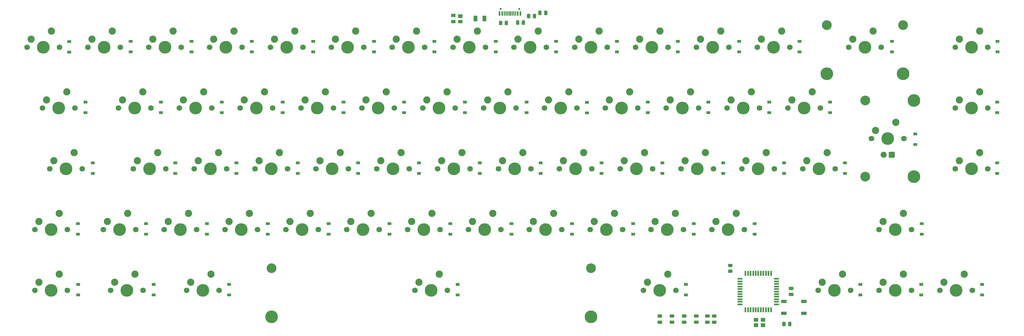
<source format=gbr>
%TF.GenerationSoftware,KiCad,Pcbnew,(5.1.9)-1*%
%TF.CreationDate,2021-03-24T19:16:49+01:00*%
%TF.ProjectId,rabbitholev1,72616262-6974-4686-9f6c-6576312e6b69,rev?*%
%TF.SameCoordinates,Original*%
%TF.FileFunction,Soldermask,Bot*%
%TF.FilePolarity,Negative*%
%FSLAX46Y46*%
G04 Gerber Fmt 4.6, Leading zero omitted, Abs format (unit mm)*
G04 Created by KiCad (PCBNEW (5.1.9)-1) date 2021-03-24 19:16:49*
%MOMM*%
%LPD*%
G01*
G04 APERTURE LIST*
%ADD10C,2.250000*%
%ADD11C,3.987800*%
%ADD12C,1.750000*%
%ADD13C,3.048000*%
%ADD14R,1.905000X1.905000*%
%ADD15C,1.905000*%
%ADD16R,1.400000X1.200000*%
%ADD17R,0.600000X1.450000*%
%ADD18R,0.300000X1.450000*%
%ADD19C,0.650000*%
%ADD20R,0.550000X1.500000*%
%ADD21R,1.500000X0.550000*%
%ADD22R,1.800000X1.100000*%
%ADD23R,1.400000X1.000000*%
%ADD24R,1.200000X0.900000*%
G04 APERTURE END LIST*
D10*
%TO.C,MX17*%
X40640000Y-150495000D03*
D11*
X38100000Y-155575000D03*
D10*
X34290000Y-153035000D03*
D12*
X33020000Y-155575000D03*
X43180000Y-155575000D03*
%TD*%
D10*
%TO.C,MX18*%
X59690000Y-150495000D03*
D11*
X57150000Y-155575000D03*
D10*
X53340000Y-153035000D03*
D12*
X52070000Y-155575000D03*
X62230000Y-155575000D03*
%TD*%
D10*
%TO.C,MX16*%
X16811769Y-150495000D03*
D11*
X14271769Y-155575000D03*
D10*
X10461769Y-153035000D03*
D12*
X9191769Y-155575000D03*
X19351769Y-155575000D03*
%TD*%
D10*
%TO.C,MX66*%
X297815000Y-207645000D03*
D11*
X295275000Y-212725000D03*
D10*
X291465000Y-210185000D03*
D12*
X290195000Y-212725000D03*
X300355000Y-212725000D03*
%TD*%
D10*
%TO.C,MX65*%
X278765000Y-207645000D03*
D11*
X276225000Y-212725000D03*
D10*
X272415000Y-210185000D03*
D12*
X271145000Y-212725000D03*
X281305000Y-212725000D03*
%TD*%
D10*
%TO.C,MX64*%
X259715000Y-207645000D03*
D11*
X257175000Y-212725000D03*
D10*
X253365000Y-210185000D03*
D12*
X252095000Y-212725000D03*
X262255000Y-212725000D03*
%TD*%
D10*
%TO.C,MX63*%
X204978000Y-207645000D03*
D11*
X202438000Y-212725000D03*
D10*
X198628000Y-210185000D03*
D12*
X197358000Y-212725000D03*
X207518000Y-212725000D03*
%TD*%
D10*
%TO.C,MX62*%
X133477000Y-207645000D03*
D11*
X130937000Y-212725000D03*
D10*
X127127000Y-210185000D03*
D12*
X125857000Y-212725000D03*
X136017000Y-212725000D03*
D13*
X80937100Y-205740000D03*
X180936900Y-205740000D03*
D11*
X80937100Y-220980000D03*
X180936900Y-220980000D03*
%TD*%
D10*
%TO.C,MX61*%
X61976000Y-207645000D03*
D11*
X59436000Y-212725000D03*
D10*
X55626000Y-210185000D03*
D12*
X54356000Y-212725000D03*
X64516000Y-212725000D03*
%TD*%
D10*
%TO.C,MX60*%
X38227000Y-207645000D03*
D11*
X35687000Y-212725000D03*
D10*
X31877000Y-210185000D03*
D12*
X30607000Y-212725000D03*
X40767000Y-212725000D03*
%TD*%
D10*
%TO.C,MX59*%
X14478000Y-207645000D03*
D11*
X11938000Y-212725000D03*
D10*
X8128000Y-210185000D03*
D12*
X6858000Y-212725000D03*
X17018000Y-212725000D03*
%TD*%
D10*
%TO.C,MX58*%
X278765000Y-188595000D03*
D11*
X276225000Y-193675000D03*
D10*
X272415000Y-191135000D03*
D12*
X271145000Y-193675000D03*
X281305000Y-193675000D03*
%TD*%
D10*
%TO.C,MX57*%
X226441000Y-188595000D03*
D11*
X223901000Y-193675000D03*
D10*
X220091000Y-191135000D03*
D12*
X218821000Y-193675000D03*
X228981000Y-193675000D03*
%TD*%
D10*
%TO.C,MX56*%
X207391000Y-188595000D03*
D11*
X204851000Y-193675000D03*
D10*
X201041000Y-191135000D03*
D12*
X199771000Y-193675000D03*
X209931000Y-193675000D03*
%TD*%
D10*
%TO.C,MX55*%
X188341000Y-188595000D03*
D11*
X185801000Y-193675000D03*
D10*
X181991000Y-191135000D03*
D12*
X180721000Y-193675000D03*
X190881000Y-193675000D03*
%TD*%
D10*
%TO.C,MX54*%
X169291000Y-188595000D03*
D11*
X166751000Y-193675000D03*
D10*
X162941000Y-191135000D03*
D12*
X161671000Y-193675000D03*
X171831000Y-193675000D03*
%TD*%
D10*
%TO.C,MX53*%
X150241000Y-188595000D03*
D11*
X147701000Y-193675000D03*
D10*
X143891000Y-191135000D03*
D12*
X142621000Y-193675000D03*
X152781000Y-193675000D03*
%TD*%
D10*
%TO.C,MX52*%
X131191000Y-188595000D03*
D11*
X128651000Y-193675000D03*
D10*
X124841000Y-191135000D03*
D12*
X123571000Y-193675000D03*
X133731000Y-193675000D03*
%TD*%
D10*
%TO.C,MX51*%
X112141000Y-188595000D03*
D11*
X109601000Y-193675000D03*
D10*
X105791000Y-191135000D03*
D12*
X104521000Y-193675000D03*
X114681000Y-193675000D03*
%TD*%
D10*
%TO.C,MX50*%
X93091000Y-188595000D03*
D11*
X90551000Y-193675000D03*
D10*
X86741000Y-191135000D03*
D12*
X85471000Y-193675000D03*
X95631000Y-193675000D03*
%TD*%
D10*
%TO.C,MX49*%
X74041000Y-188595000D03*
D11*
X71501000Y-193675000D03*
D10*
X67691000Y-191135000D03*
D12*
X66421000Y-193675000D03*
X76581000Y-193675000D03*
%TD*%
D10*
%TO.C,MX48*%
X54991000Y-188595000D03*
D11*
X52451000Y-193675000D03*
D10*
X48641000Y-191135000D03*
D12*
X47371000Y-193675000D03*
X57531000Y-193675000D03*
%TD*%
D10*
%TO.C,MX47*%
X35941000Y-188595000D03*
D11*
X33401000Y-193675000D03*
D10*
X29591000Y-191135000D03*
D12*
X28321000Y-193675000D03*
X38481000Y-193675000D03*
%TD*%
D10*
%TO.C,MX46*%
X14478000Y-188595000D03*
D11*
X11938000Y-193675000D03*
D10*
X8128000Y-191135000D03*
D12*
X6858000Y-193675000D03*
X17018000Y-193675000D03*
%TD*%
D10*
%TO.C,MX44*%
X302577500Y-169545000D03*
D11*
X300037500Y-174625000D03*
D10*
X296227500Y-172085000D03*
D12*
X294957500Y-174625000D03*
X305117500Y-174625000D03*
%TD*%
D10*
%TO.C,MX43*%
X254889000Y-169545000D03*
D11*
X252349000Y-174625000D03*
D10*
X248539000Y-172085000D03*
D12*
X247269000Y-174625000D03*
X257429000Y-174625000D03*
%TD*%
D10*
%TO.C,MX42*%
X235839000Y-169545000D03*
D11*
X233299000Y-174625000D03*
D10*
X229489000Y-172085000D03*
D12*
X228219000Y-174625000D03*
X238379000Y-174625000D03*
%TD*%
D10*
%TO.C,MX41*%
X216789000Y-169545000D03*
D11*
X214249000Y-174625000D03*
D10*
X210439000Y-172085000D03*
D12*
X209169000Y-174625000D03*
X219329000Y-174625000D03*
%TD*%
D10*
%TO.C,MX40*%
X197739000Y-169545000D03*
D11*
X195199000Y-174625000D03*
D10*
X191389000Y-172085000D03*
D12*
X190119000Y-174625000D03*
X200279000Y-174625000D03*
%TD*%
D10*
%TO.C,MX39*%
X178689000Y-169545000D03*
D11*
X176149000Y-174625000D03*
D10*
X172339000Y-172085000D03*
D12*
X171069000Y-174625000D03*
X181229000Y-174625000D03*
%TD*%
D10*
%TO.C,MX38*%
X159639000Y-169545000D03*
D11*
X157099000Y-174625000D03*
D10*
X153289000Y-172085000D03*
D12*
X152019000Y-174625000D03*
X162179000Y-174625000D03*
%TD*%
D10*
%TO.C,MX37*%
X140589000Y-169545000D03*
D11*
X138049000Y-174625000D03*
D10*
X134239000Y-172085000D03*
D12*
X132969000Y-174625000D03*
X143129000Y-174625000D03*
%TD*%
D10*
%TO.C,MX36*%
X121539000Y-169545000D03*
D11*
X118999000Y-174625000D03*
D10*
X115189000Y-172085000D03*
D12*
X113919000Y-174625000D03*
X124079000Y-174625000D03*
%TD*%
D10*
%TO.C,MX35*%
X102489000Y-169545000D03*
D11*
X99949000Y-174625000D03*
D10*
X96139000Y-172085000D03*
D12*
X94869000Y-174625000D03*
X105029000Y-174625000D03*
%TD*%
D10*
%TO.C,MX34*%
X83439000Y-169545000D03*
D11*
X80899000Y-174625000D03*
D10*
X77089000Y-172085000D03*
D12*
X75819000Y-174625000D03*
X85979000Y-174625000D03*
%TD*%
D10*
%TO.C,MX33*%
X64389000Y-169545000D03*
D11*
X61849000Y-174625000D03*
D10*
X58039000Y-172085000D03*
D12*
X56769000Y-174625000D03*
X66929000Y-174625000D03*
%TD*%
D10*
%TO.C,MX32*%
X45339000Y-169545000D03*
D11*
X42799000Y-174625000D03*
D10*
X38989000Y-172085000D03*
D12*
X37719000Y-174625000D03*
X47879000Y-174625000D03*
%TD*%
D10*
%TO.C,MX31*%
X19177000Y-169545000D03*
D11*
X16637000Y-174625000D03*
D10*
X12827000Y-172085000D03*
D12*
X11557000Y-174625000D03*
X21717000Y-174625000D03*
%TD*%
D10*
%TO.C,MX30*%
X302577500Y-150495000D03*
D11*
X300037500Y-155575000D03*
D10*
X296227500Y-153035000D03*
D12*
X294957500Y-155575000D03*
X305117500Y-155575000D03*
%TD*%
D10*
%TO.C,MX28*%
X250190000Y-150495000D03*
D11*
X247650000Y-155575000D03*
D10*
X243840000Y-153035000D03*
D12*
X242570000Y-155575000D03*
X252730000Y-155575000D03*
%TD*%
D10*
%TO.C,MX27*%
X231140000Y-150495000D03*
D11*
X228600000Y-155575000D03*
D10*
X224790000Y-153035000D03*
D12*
X223520000Y-155575000D03*
X233680000Y-155575000D03*
%TD*%
D10*
%TO.C,MX26*%
X212090000Y-150495000D03*
D11*
X209550000Y-155575000D03*
D10*
X205740000Y-153035000D03*
D12*
X204470000Y-155575000D03*
X214630000Y-155575000D03*
%TD*%
D10*
%TO.C,MX25*%
X193040000Y-150495000D03*
D11*
X190500000Y-155575000D03*
D10*
X186690000Y-153035000D03*
D12*
X185420000Y-155575000D03*
X195580000Y-155575000D03*
%TD*%
D10*
%TO.C,MX24*%
X173990000Y-150495000D03*
D11*
X171450000Y-155575000D03*
D10*
X167640000Y-153035000D03*
D12*
X166370000Y-155575000D03*
X176530000Y-155575000D03*
%TD*%
D10*
%TO.C,MX23*%
X154940000Y-150495000D03*
D11*
X152400000Y-155575000D03*
D10*
X148590000Y-153035000D03*
D12*
X147320000Y-155575000D03*
X157480000Y-155575000D03*
%TD*%
D10*
%TO.C,MX22*%
X135890000Y-150495000D03*
D11*
X133350000Y-155575000D03*
D10*
X129540000Y-153035000D03*
D12*
X128270000Y-155575000D03*
X138430000Y-155575000D03*
%TD*%
D10*
%TO.C,MX21*%
X116840000Y-150495000D03*
D11*
X114300000Y-155575000D03*
D10*
X110490000Y-153035000D03*
D12*
X109220000Y-155575000D03*
X119380000Y-155575000D03*
%TD*%
D10*
%TO.C,MX20*%
X97790000Y-150495000D03*
D11*
X95250000Y-155575000D03*
D10*
X91440000Y-153035000D03*
D12*
X90170000Y-155575000D03*
X100330000Y-155575000D03*
%TD*%
D10*
%TO.C,MX19*%
X78740000Y-150495000D03*
D11*
X76200000Y-155575000D03*
D10*
X72390000Y-153035000D03*
D12*
X71120000Y-155575000D03*
X81280000Y-155575000D03*
%TD*%
D10*
%TO.C,MX15*%
X302577500Y-131445000D03*
D11*
X300037500Y-136525000D03*
D10*
X296227500Y-133985000D03*
D12*
X294957500Y-136525000D03*
X305117500Y-136525000D03*
%TD*%
D10*
%TO.C,MX14*%
X269240000Y-131445000D03*
D11*
X266700000Y-136525000D03*
D10*
X262890000Y-133985000D03*
D12*
X261620000Y-136525000D03*
X271780000Y-136525000D03*
D13*
X254793750Y-129540000D03*
X278606250Y-129540000D03*
D11*
X254793750Y-144780000D03*
X278606250Y-144780000D03*
%TD*%
D10*
%TO.C,MX13*%
X240665000Y-131445000D03*
D11*
X238125000Y-136525000D03*
D10*
X234315000Y-133985000D03*
D12*
X233045000Y-136525000D03*
X243205000Y-136525000D03*
%TD*%
D10*
%TO.C,MX12*%
X221615000Y-131445000D03*
D11*
X219075000Y-136525000D03*
D10*
X215265000Y-133985000D03*
D12*
X213995000Y-136525000D03*
X224155000Y-136525000D03*
%TD*%
D10*
%TO.C,MX11*%
X202565000Y-131445000D03*
D11*
X200025000Y-136525000D03*
D10*
X196215000Y-133985000D03*
D12*
X194945000Y-136525000D03*
X205105000Y-136525000D03*
%TD*%
D10*
%TO.C,MX10*%
X183515000Y-131445000D03*
D11*
X180975000Y-136525000D03*
D10*
X177165000Y-133985000D03*
D12*
X175895000Y-136525000D03*
X186055000Y-136525000D03*
%TD*%
D10*
%TO.C,MX9*%
X164465000Y-131445000D03*
D11*
X161925000Y-136525000D03*
D10*
X158115000Y-133985000D03*
D12*
X156845000Y-136525000D03*
X167005000Y-136525000D03*
%TD*%
D10*
%TO.C,MX8*%
X145415000Y-131445000D03*
D11*
X142875000Y-136525000D03*
D10*
X139065000Y-133985000D03*
D12*
X137795000Y-136525000D03*
X147955000Y-136525000D03*
%TD*%
D10*
%TO.C,MX7*%
X126365000Y-131445000D03*
D11*
X123825000Y-136525000D03*
D10*
X120015000Y-133985000D03*
D12*
X118745000Y-136525000D03*
X128905000Y-136525000D03*
%TD*%
D10*
%TO.C,MX6*%
X107315000Y-131445000D03*
D11*
X104775000Y-136525000D03*
D10*
X100965000Y-133985000D03*
D12*
X99695000Y-136525000D03*
X109855000Y-136525000D03*
%TD*%
D10*
%TO.C,MX5*%
X88265000Y-131445000D03*
D11*
X85725000Y-136525000D03*
D10*
X81915000Y-133985000D03*
D12*
X80645000Y-136525000D03*
X90805000Y-136525000D03*
%TD*%
D10*
%TO.C,MX4*%
X69215000Y-131445000D03*
D11*
X66675000Y-136525000D03*
D10*
X62865000Y-133985000D03*
D12*
X61595000Y-136525000D03*
X71755000Y-136525000D03*
%TD*%
D10*
%TO.C,MX3*%
X50165000Y-131445000D03*
D11*
X47625000Y-136525000D03*
D10*
X43815000Y-133985000D03*
D12*
X42545000Y-136525000D03*
X52705000Y-136525000D03*
%TD*%
D10*
%TO.C,MX2*%
X31115000Y-131445000D03*
D11*
X28575000Y-136525000D03*
D10*
X24765000Y-133985000D03*
D12*
X23495000Y-136525000D03*
X33655000Y-136525000D03*
%TD*%
D10*
%TO.C,MX1*%
X12065000Y-131445000D03*
D11*
X9525000Y-136525000D03*
D10*
X5715000Y-133985000D03*
D12*
X4445000Y-136525000D03*
X14605000Y-136525000D03*
%TD*%
D11*
%TO.C,MX29*%
X282067000Y-153162000D03*
X282067000Y-177038000D03*
D13*
X266827000Y-153162000D03*
X266827000Y-177038000D03*
D12*
X278892000Y-165100000D03*
X268732000Y-165100000D03*
D14*
X275082000Y-170180000D03*
D15*
X272542000Y-170180000D03*
D10*
X270002000Y-162560000D03*
D11*
X273812000Y-165100000D03*
D10*
X276352000Y-160020000D03*
%TD*%
D16*
%TO.C,Y1*%
X232580000Y-223671500D03*
X234780000Y-223671500D03*
X234780000Y-221971500D03*
X232580000Y-221971500D03*
%TD*%
D17*
%TO.C,USB1*%
X158800000Y-125932000D03*
X152350000Y-125932000D03*
X158025000Y-125932000D03*
X153125000Y-125932000D03*
D18*
X153825000Y-125932000D03*
X157325000Y-125932000D03*
X154325000Y-125932000D03*
X156825000Y-125932000D03*
X154825000Y-125932000D03*
X156325000Y-125932000D03*
X155825000Y-125932000D03*
X155325000Y-125932000D03*
D19*
X158465000Y-124487000D03*
X152685000Y-124487000D03*
%TD*%
D20*
%TO.C,U1*%
X237299000Y-207406000D03*
X236499000Y-207406000D03*
X235699000Y-207406000D03*
X234899000Y-207406000D03*
X234099000Y-207406000D03*
X233299000Y-207406000D03*
X232499000Y-207406000D03*
X231699000Y-207406000D03*
X230899000Y-207406000D03*
X230099000Y-207406000D03*
X229299000Y-207406000D03*
D21*
X227599000Y-209106000D03*
X227599000Y-209906000D03*
X227599000Y-210706000D03*
X227599000Y-211506000D03*
X227599000Y-212306000D03*
X227599000Y-213106000D03*
X227599000Y-213906000D03*
X227599000Y-214706000D03*
X227599000Y-215506000D03*
X227599000Y-216306000D03*
X227599000Y-217106000D03*
D20*
X229299000Y-218806000D03*
X230099000Y-218806000D03*
X230899000Y-218806000D03*
X231699000Y-218806000D03*
X232499000Y-218806000D03*
X233299000Y-218806000D03*
X234099000Y-218806000D03*
X234899000Y-218806000D03*
X235699000Y-218806000D03*
X236499000Y-218806000D03*
X237299000Y-218806000D03*
D21*
X238999000Y-217106000D03*
X238999000Y-216306000D03*
X238999000Y-215506000D03*
X238999000Y-214706000D03*
X238999000Y-213906000D03*
X238999000Y-213106000D03*
X238999000Y-212306000D03*
X238999000Y-211506000D03*
X238999000Y-210706000D03*
X238999000Y-209906000D03*
X238999000Y-209106000D03*
%TD*%
D22*
%TO.C,SW1*%
X241329280Y-216214080D03*
X247529280Y-219914080D03*
X241329280Y-219914080D03*
X247529280Y-216214080D03*
%TD*%
%TO.C,R6*%
G36*
G01*
X153943000Y-129355002D02*
X153943000Y-128454998D01*
G75*
G02*
X154192998Y-128205000I249998J0D01*
G01*
X154718002Y-128205000D01*
G75*
G02*
X154968000Y-128454998I0J-249998D01*
G01*
X154968000Y-129355002D01*
G75*
G02*
X154718002Y-129605000I-249998J0D01*
G01*
X154192998Y-129605000D01*
G75*
G02*
X153943000Y-129355002I0J249998D01*
G01*
G37*
G36*
G01*
X152118000Y-129355002D02*
X152118000Y-128454998D01*
G75*
G02*
X152367998Y-128205000I249998J0D01*
G01*
X152893002Y-128205000D01*
G75*
G02*
X153143000Y-128454998I0J-249998D01*
G01*
X153143000Y-129355002D01*
G75*
G02*
X152893002Y-129605000I-249998J0D01*
G01*
X152367998Y-129605000D01*
G75*
G02*
X152118000Y-129355002I0J249998D01*
G01*
G37*
%TD*%
%TO.C,R5*%
G36*
G01*
X158477000Y-128327998D02*
X158477000Y-129228002D01*
G75*
G02*
X158227002Y-129478000I-249998J0D01*
G01*
X157701998Y-129478000D01*
G75*
G02*
X157452000Y-129228002I0J249998D01*
G01*
X157452000Y-128327998D01*
G75*
G02*
X157701998Y-128078000I249998J0D01*
G01*
X158227002Y-128078000D01*
G75*
G02*
X158477000Y-128327998I0J-249998D01*
G01*
G37*
G36*
G01*
X160302000Y-128327998D02*
X160302000Y-129228002D01*
G75*
G02*
X160052002Y-129478000I-249998J0D01*
G01*
X159526998Y-129478000D01*
G75*
G02*
X159277000Y-129228002I0J249998D01*
G01*
X159277000Y-128327998D01*
G75*
G02*
X159526998Y-128078000I249998J0D01*
G01*
X160052002Y-128078000D01*
G75*
G02*
X160302000Y-128327998I0J-249998D01*
G01*
G37*
%TD*%
%TO.C,R4*%
G36*
G01*
X166262000Y-126180002D02*
X166262000Y-125279998D01*
G75*
G02*
X166511998Y-125030000I249998J0D01*
G01*
X167037002Y-125030000D01*
G75*
G02*
X167287000Y-125279998I0J-249998D01*
G01*
X167287000Y-126180002D01*
G75*
G02*
X167037002Y-126430000I-249998J0D01*
G01*
X166511998Y-126430000D01*
G75*
G02*
X166262000Y-126180002I0J249998D01*
G01*
G37*
G36*
G01*
X164437000Y-126180002D02*
X164437000Y-125279998D01*
G75*
G02*
X164686998Y-125030000I249998J0D01*
G01*
X165212002Y-125030000D01*
G75*
G02*
X165462000Y-125279998I0J-249998D01*
G01*
X165462000Y-126180002D01*
G75*
G02*
X165212002Y-126430000I-249998J0D01*
G01*
X164686998Y-126430000D01*
G75*
G02*
X164437000Y-126180002I0J249998D01*
G01*
G37*
%TD*%
%TO.C,R3*%
G36*
G01*
X162729500Y-127196002D02*
X162729500Y-126295998D01*
G75*
G02*
X162979498Y-126046000I249998J0D01*
G01*
X163504502Y-126046000D01*
G75*
G02*
X163754500Y-126295998I0J-249998D01*
G01*
X163754500Y-127196002D01*
G75*
G02*
X163504502Y-127446000I-249998J0D01*
G01*
X162979498Y-127446000D01*
G75*
G02*
X162729500Y-127196002I0J249998D01*
G01*
G37*
G36*
G01*
X160904500Y-127196002D02*
X160904500Y-126295998D01*
G75*
G02*
X161154498Y-126046000I249998J0D01*
G01*
X161679502Y-126046000D01*
G75*
G02*
X161929500Y-126295998I0J-249998D01*
G01*
X161929500Y-127196002D01*
G75*
G02*
X161679502Y-127446000I-249998J0D01*
G01*
X161154498Y-127446000D01*
G75*
G02*
X160904500Y-127196002I0J249998D01*
G01*
G37*
%TD*%
%TO.C,R2*%
G36*
G01*
X224986002Y-205403500D02*
X224085998Y-205403500D01*
G75*
G02*
X223836000Y-205153502I0J249998D01*
G01*
X223836000Y-204628498D01*
G75*
G02*
X224085998Y-204378500I249998J0D01*
G01*
X224986002Y-204378500D01*
G75*
G02*
X225236000Y-204628498I0J-249998D01*
G01*
X225236000Y-205153502D01*
G75*
G02*
X224986002Y-205403500I-249998J0D01*
G01*
G37*
G36*
G01*
X224986002Y-207228500D02*
X224085998Y-207228500D01*
G75*
G02*
X223836000Y-206978502I0J249998D01*
G01*
X223836000Y-206453498D01*
G75*
G02*
X224085998Y-206203500I249998J0D01*
G01*
X224986002Y-206203500D01*
G75*
G02*
X225236000Y-206453498I0J-249998D01*
G01*
X225236000Y-206978502D01*
G75*
G02*
X224986002Y-207228500I-249998J0D01*
G01*
G37*
%TD*%
%TO.C,R1*%
G36*
G01*
X241852500Y-222815998D02*
X241852500Y-223716002D01*
G75*
G02*
X241602502Y-223966000I-249998J0D01*
G01*
X241077498Y-223966000D01*
G75*
G02*
X240827500Y-223716002I0J249998D01*
G01*
X240827500Y-222815998D01*
G75*
G02*
X241077498Y-222566000I249998J0D01*
G01*
X241602502Y-222566000D01*
G75*
G02*
X241852500Y-222815998I0J-249998D01*
G01*
G37*
G36*
G01*
X243677500Y-222815998D02*
X243677500Y-223716002D01*
G75*
G02*
X243427502Y-223966000I-249998J0D01*
G01*
X242902498Y-223966000D01*
G75*
G02*
X242652500Y-223716002I0J249998D01*
G01*
X242652500Y-222815998D01*
G75*
G02*
X242902498Y-222566000I249998J0D01*
G01*
X243427502Y-222566000D01*
G75*
G02*
X243677500Y-222815998I0J-249998D01*
G01*
G37*
%TD*%
D23*
%TO.C,D67*%
X137838000Y-126558000D03*
X137838000Y-128458000D03*
X140038000Y-128458000D03*
D16*
X140038000Y-126738000D03*
%TD*%
D24*
%TO.C,D66*%
X303403000Y-210821000D03*
X303403000Y-214121000D03*
%TD*%
%TO.C,D65*%
X284353000Y-210821000D03*
X284353000Y-214121000D03*
%TD*%
%TO.C,D64*%
X265303000Y-210821000D03*
X265303000Y-214121000D03*
%TD*%
%TO.C,D63*%
X210693000Y-210821000D03*
X210693000Y-214121000D03*
%TD*%
%TO.C,D62*%
X139192000Y-210821000D03*
X139192000Y-214121000D03*
%TD*%
%TO.C,D61*%
X67691000Y-210822000D03*
X67691000Y-214122000D03*
%TD*%
%TO.C,D60*%
X44069000Y-210821000D03*
X44069000Y-214121000D03*
%TD*%
%TO.C,D59*%
X20447000Y-210821000D03*
X20447000Y-214121000D03*
%TD*%
%TO.C,D58*%
X284480000Y-191771000D03*
X284480000Y-195071000D03*
%TD*%
%TO.C,D57*%
X232156000Y-191771000D03*
X232156000Y-195071000D03*
%TD*%
%TO.C,D56*%
X213106000Y-191771000D03*
X213106000Y-195071000D03*
%TD*%
%TO.C,D55*%
X194183000Y-191771000D03*
X194183000Y-195071000D03*
%TD*%
%TO.C,D54*%
X175006000Y-191771000D03*
X175006000Y-195071000D03*
%TD*%
%TO.C,D53*%
X156083000Y-191771000D03*
X156083000Y-195071000D03*
%TD*%
%TO.C,D52*%
X136906000Y-191771000D03*
X136906000Y-195071000D03*
%TD*%
%TO.C,D51*%
X117856000Y-191771000D03*
X117856000Y-195071000D03*
%TD*%
%TO.C,D50*%
X98806000Y-191771000D03*
X98806000Y-195071000D03*
%TD*%
%TO.C,D49*%
X79756000Y-191771000D03*
X79756000Y-195071000D03*
%TD*%
%TO.C,D48*%
X60706000Y-191771000D03*
X60706000Y-195071000D03*
%TD*%
%TO.C,D47*%
X41656000Y-191771000D03*
X41656000Y-195071000D03*
%TD*%
%TO.C,D46*%
X20320000Y-191771000D03*
X20320000Y-195071000D03*
%TD*%
%TO.C,D44*%
X308102000Y-172721000D03*
X308102000Y-176021000D03*
%TD*%
%TO.C,D43*%
X260477000Y-172721000D03*
X260477000Y-176021000D03*
%TD*%
%TO.C,D42*%
X241427000Y-172721000D03*
X241427000Y-176021000D03*
%TD*%
%TO.C,D41*%
X222377000Y-172721000D03*
X222377000Y-176021000D03*
%TD*%
%TO.C,D40*%
X203327000Y-172721000D03*
X203327000Y-176021000D03*
%TD*%
%TO.C,D39*%
X184277000Y-172721000D03*
X184277000Y-176021000D03*
%TD*%
%TO.C,D38*%
X165227000Y-172721000D03*
X165227000Y-176021000D03*
%TD*%
%TO.C,D37*%
X146177000Y-172721000D03*
X146177000Y-176021000D03*
%TD*%
%TO.C,D36*%
X127127000Y-172721000D03*
X127127000Y-176021000D03*
%TD*%
%TO.C,D35*%
X108077000Y-172721000D03*
X108077000Y-176021000D03*
%TD*%
%TO.C,D34*%
X89154000Y-172721000D03*
X89154000Y-176021000D03*
%TD*%
%TO.C,D33*%
X69977000Y-172721000D03*
X69977000Y-176021000D03*
%TD*%
%TO.C,D32*%
X50800000Y-172721000D03*
X50800000Y-176021000D03*
%TD*%
%TO.C,D31*%
X25019000Y-172721000D03*
X25019000Y-176021000D03*
%TD*%
%TO.C,D30*%
X308102000Y-153671000D03*
X308102000Y-156971000D03*
%TD*%
%TO.C,D29*%
X282448000Y-163704000D03*
X282448000Y-167004000D03*
%TD*%
%TO.C,D28*%
X255778000Y-153671000D03*
X255778000Y-156971000D03*
%TD*%
%TO.C,D27*%
X236728000Y-153671000D03*
X236728000Y-156971000D03*
%TD*%
%TO.C,D26*%
X217678000Y-153671000D03*
X217678000Y-156971000D03*
%TD*%
%TO.C,D25*%
X198755000Y-153671000D03*
X198755000Y-156971000D03*
%TD*%
%TO.C,D24*%
X179705000Y-153798000D03*
X179705000Y-157098000D03*
%TD*%
%TO.C,D23*%
X160782000Y-153671000D03*
X160782000Y-156971000D03*
%TD*%
%TO.C,D22*%
X141478000Y-153671000D03*
X141478000Y-156971000D03*
%TD*%
%TO.C,D21*%
X122428000Y-153671000D03*
X122428000Y-156971000D03*
%TD*%
%TO.C,D20*%
X103505000Y-153671000D03*
X103505000Y-156971000D03*
%TD*%
%TO.C,D19*%
X84455000Y-153671000D03*
X84455000Y-156971000D03*
%TD*%
%TO.C,D18*%
X65405000Y-153671000D03*
X65405000Y-156971000D03*
%TD*%
%TO.C,D17*%
X46355000Y-153671000D03*
X46355000Y-156971000D03*
%TD*%
%TO.C,D16*%
X22733000Y-153671000D03*
X22733000Y-156971000D03*
%TD*%
%TO.C,D15*%
X308229000Y-134621000D03*
X308229000Y-137921000D03*
%TD*%
%TO.C,D14*%
X275209000Y-134621000D03*
X275209000Y-137921000D03*
%TD*%
%TO.C,D13*%
X246253000Y-134621000D03*
X246253000Y-137921000D03*
%TD*%
%TO.C,D12*%
X227330000Y-134621000D03*
X227330000Y-137921000D03*
%TD*%
%TO.C,D11*%
X208153000Y-134621000D03*
X208153000Y-137921000D03*
%TD*%
%TO.C,D10*%
X189103000Y-134621000D03*
X189103000Y-137921000D03*
%TD*%
%TO.C,D9*%
X170053000Y-134621000D03*
X170053000Y-137921000D03*
%TD*%
%TO.C,D8*%
X151130000Y-134621000D03*
X151130000Y-137921000D03*
%TD*%
%TO.C,D7*%
X131953000Y-134621000D03*
X131953000Y-137921000D03*
%TD*%
%TO.C,D6*%
X113030000Y-134621000D03*
X113030000Y-137921000D03*
%TD*%
%TO.C,D5*%
X93980000Y-134621000D03*
X93980000Y-137921000D03*
%TD*%
%TO.C,D4*%
X74803000Y-134621000D03*
X74803000Y-137921000D03*
%TD*%
%TO.C,D3*%
X55880000Y-134621000D03*
X55880000Y-137921000D03*
%TD*%
%TO.C,D2*%
X36830000Y-134621000D03*
X36830000Y-137921000D03*
%TD*%
%TO.C,D1*%
X17653000Y-134748000D03*
X17653000Y-138048000D03*
%TD*%
%TO.C,C7*%
G36*
G01*
X219994500Y-221292000D02*
X219044500Y-221292000D01*
G75*
G02*
X218794500Y-221042000I0J250000D01*
G01*
X218794500Y-220542000D01*
G75*
G02*
X219044500Y-220292000I250000J0D01*
G01*
X219994500Y-220292000D01*
G75*
G02*
X220244500Y-220542000I0J-250000D01*
G01*
X220244500Y-221042000D01*
G75*
G02*
X219994500Y-221292000I-250000J0D01*
G01*
G37*
G36*
G01*
X219994500Y-223192000D02*
X219044500Y-223192000D01*
G75*
G02*
X218794500Y-222942000I0J250000D01*
G01*
X218794500Y-222442000D01*
G75*
G02*
X219044500Y-222192000I250000J0D01*
G01*
X219994500Y-222192000D01*
G75*
G02*
X220244500Y-222442000I0J-250000D01*
G01*
X220244500Y-222942000D01*
G75*
G02*
X219994500Y-223192000I-250000J0D01*
G01*
G37*
%TD*%
%TO.C,C6*%
G36*
G01*
X217835500Y-221292000D02*
X216885500Y-221292000D01*
G75*
G02*
X216635500Y-221042000I0J250000D01*
G01*
X216635500Y-220542000D01*
G75*
G02*
X216885500Y-220292000I250000J0D01*
G01*
X217835500Y-220292000D01*
G75*
G02*
X218085500Y-220542000I0J-250000D01*
G01*
X218085500Y-221042000D01*
G75*
G02*
X217835500Y-221292000I-250000J0D01*
G01*
G37*
G36*
G01*
X217835500Y-223192000D02*
X216885500Y-223192000D01*
G75*
G02*
X216635500Y-222942000I0J250000D01*
G01*
X216635500Y-222442000D01*
G75*
G02*
X216885500Y-222192000I250000J0D01*
G01*
X217835500Y-222192000D01*
G75*
G02*
X218085500Y-222442000I0J-250000D01*
G01*
X218085500Y-222942000D01*
G75*
G02*
X217835500Y-223192000I-250000J0D01*
G01*
G37*
%TD*%
%TO.C,C5*%
G36*
G01*
X214383640Y-221281840D02*
X213433640Y-221281840D01*
G75*
G02*
X213183640Y-221031840I0J250000D01*
G01*
X213183640Y-220531840D01*
G75*
G02*
X213433640Y-220281840I250000J0D01*
G01*
X214383640Y-220281840D01*
G75*
G02*
X214633640Y-220531840I0J-250000D01*
G01*
X214633640Y-221031840D01*
G75*
G02*
X214383640Y-221281840I-250000J0D01*
G01*
G37*
G36*
G01*
X214383640Y-223181840D02*
X213433640Y-223181840D01*
G75*
G02*
X213183640Y-222931840I0J250000D01*
G01*
X213183640Y-222431840D01*
G75*
G02*
X213433640Y-222181840I250000J0D01*
G01*
X214383640Y-222181840D01*
G75*
G02*
X214633640Y-222431840I0J-250000D01*
G01*
X214633640Y-222931840D01*
G75*
G02*
X214383640Y-223181840I-250000J0D01*
G01*
G37*
%TD*%
%TO.C,C4*%
G36*
G01*
X210573640Y-221281840D02*
X209623640Y-221281840D01*
G75*
G02*
X209373640Y-221031840I0J250000D01*
G01*
X209373640Y-220531840D01*
G75*
G02*
X209623640Y-220281840I250000J0D01*
G01*
X210573640Y-220281840D01*
G75*
G02*
X210823640Y-220531840I0J-250000D01*
G01*
X210823640Y-221031840D01*
G75*
G02*
X210573640Y-221281840I-250000J0D01*
G01*
G37*
G36*
G01*
X210573640Y-223181840D02*
X209623640Y-223181840D01*
G75*
G02*
X209373640Y-222931840I0J250000D01*
G01*
X209373640Y-222431840D01*
G75*
G02*
X209623640Y-222181840I250000J0D01*
G01*
X210573640Y-222181840D01*
G75*
G02*
X210823640Y-222431840I0J-250000D01*
G01*
X210823640Y-222931840D01*
G75*
G02*
X210573640Y-223181840I-250000J0D01*
G01*
G37*
%TD*%
%TO.C,C3*%
G36*
G01*
X206763640Y-221281840D02*
X205813640Y-221281840D01*
G75*
G02*
X205563640Y-221031840I0J250000D01*
G01*
X205563640Y-220531840D01*
G75*
G02*
X205813640Y-220281840I250000J0D01*
G01*
X206763640Y-220281840D01*
G75*
G02*
X207013640Y-220531840I0J-250000D01*
G01*
X207013640Y-221031840D01*
G75*
G02*
X206763640Y-221281840I-250000J0D01*
G01*
G37*
G36*
G01*
X206763640Y-223181840D02*
X205813640Y-223181840D01*
G75*
G02*
X205563640Y-222931840I0J250000D01*
G01*
X205563640Y-222431840D01*
G75*
G02*
X205813640Y-222181840I250000J0D01*
G01*
X206763640Y-222181840D01*
G75*
G02*
X207013640Y-222431840I0J-250000D01*
G01*
X207013640Y-222931840D01*
G75*
G02*
X206763640Y-223181840I-250000J0D01*
G01*
G37*
%TD*%
%TO.C,C2*%
G36*
G01*
X202953640Y-221281840D02*
X202003640Y-221281840D01*
G75*
G02*
X201753640Y-221031840I0J250000D01*
G01*
X201753640Y-220531840D01*
G75*
G02*
X202003640Y-220281840I250000J0D01*
G01*
X202953640Y-220281840D01*
G75*
G02*
X203203640Y-220531840I0J-250000D01*
G01*
X203203640Y-221031840D01*
G75*
G02*
X202953640Y-221281840I-250000J0D01*
G01*
G37*
G36*
G01*
X202953640Y-223181840D02*
X202003640Y-223181840D01*
G75*
G02*
X201753640Y-222931840I0J250000D01*
G01*
X201753640Y-222431840D01*
G75*
G02*
X202003640Y-222181840I250000J0D01*
G01*
X202953640Y-222181840D01*
G75*
G02*
X203203640Y-222431840I0J-250000D01*
G01*
X203203640Y-222931840D01*
G75*
G02*
X202953640Y-223181840I-250000J0D01*
G01*
G37*
%TD*%
%TO.C,C1*%
G36*
G01*
X244061000Y-212590000D02*
X243111000Y-212590000D01*
G75*
G02*
X242861000Y-212340000I0J250000D01*
G01*
X242861000Y-211840000D01*
G75*
G02*
X243111000Y-211590000I250000J0D01*
G01*
X244061000Y-211590000D01*
G75*
G02*
X244311000Y-211840000I0J-250000D01*
G01*
X244311000Y-212340000D01*
G75*
G02*
X244061000Y-212590000I-250000J0D01*
G01*
G37*
G36*
G01*
X244061000Y-214490000D02*
X243111000Y-214490000D01*
G75*
G02*
X242861000Y-214240000I0J250000D01*
G01*
X242861000Y-213740000D01*
G75*
G02*
X243111000Y-213490000I250000J0D01*
G01*
X244061000Y-213490000D01*
G75*
G02*
X244311000Y-213740000I0J-250000D01*
G01*
X244311000Y-214240000D01*
G75*
G02*
X244061000Y-214490000I-250000J0D01*
G01*
G37*
%TD*%
%TO.C,500m1*%
G36*
G01*
X145402000Y-126883000D02*
X145402000Y-128133000D01*
G75*
G02*
X145152000Y-128383000I-250000J0D01*
G01*
X144402000Y-128383000D01*
G75*
G02*
X144152000Y-128133000I0J250000D01*
G01*
X144152000Y-126883000D01*
G75*
G02*
X144402000Y-126633000I250000J0D01*
G01*
X145152000Y-126633000D01*
G75*
G02*
X145402000Y-126883000I0J-250000D01*
G01*
G37*
G36*
G01*
X148202000Y-126883000D02*
X148202000Y-128133000D01*
G75*
G02*
X147952000Y-128383000I-250000J0D01*
G01*
X147202000Y-128383000D01*
G75*
G02*
X146952000Y-128133000I0J250000D01*
G01*
X146952000Y-126883000D01*
G75*
G02*
X147202000Y-126633000I250000J0D01*
G01*
X147952000Y-126633000D01*
G75*
G02*
X148202000Y-126883000I0J-250000D01*
G01*
G37*
%TD*%
M02*

</source>
